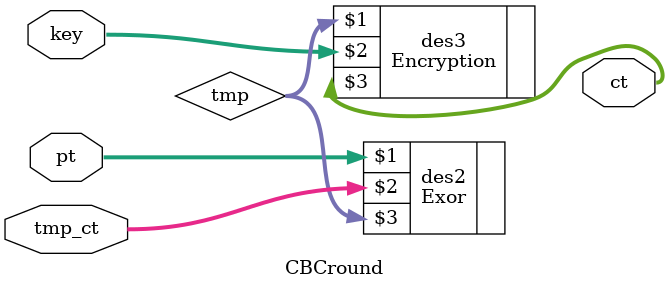
<source format=v>
`timescale 1ns / 1ps


module CBCround(pt,key,tmp_ct,ct);
input [0:127]pt,tmp_ct,key;
output [0:127]ct;

wire [0:127]tmp;

Exor des2(pt,tmp_ct,tmp);
Encryption des3(tmp,key,ct);























endmodule

</source>
